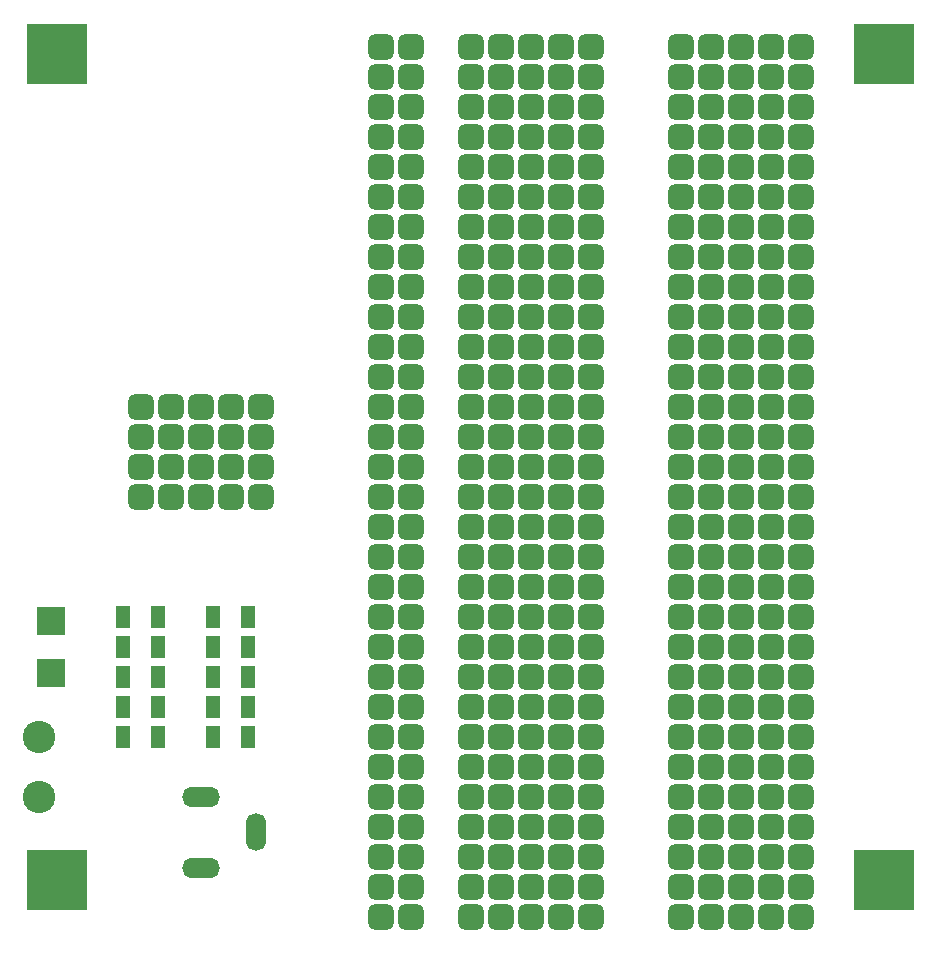
<source format=gts>
G04*
G04 #@! TF.GenerationSoftware,Altium Limited,Altium Designer,18.1.7 (191)*
G04*
G04 Layer_Color=8388736*
%FSLAX25Y25*%
%MOIN*%
G70*
G01*
G75*
%ADD18R,0.04934X0.07690*%
%ADD19R,0.09265X0.09461*%
%ADD20C,0.10800*%
G04:AMPARAMS|DCode=21|XSize=86.74mil|YSize=86.74mil|CornerRadius=23.68mil|HoleSize=0mil|Usage=FLASHONLY|Rotation=180.000|XOffset=0mil|YOffset=0mil|HoleType=Round|Shape=RoundedRectangle|*
%AMROUNDEDRECTD21*
21,1,0.08674,0.03937,0,0,180.0*
21,1,0.03937,0.08674,0,0,180.0*
1,1,0.04737,-0.01968,0.01968*
1,1,0.04737,0.01968,0.01968*
1,1,0.04737,0.01968,-0.01968*
1,1,0.04737,-0.01968,-0.01968*
%
%ADD21ROUNDEDRECTD21*%
G04:AMPARAMS|DCode=22|XSize=86.74mil|YSize=86.74mil|CornerRadius=23.68mil|HoleSize=0mil|Usage=FLASHONLY|Rotation=90.000|XOffset=0mil|YOffset=0mil|HoleType=Round|Shape=RoundedRectangle|*
%AMROUNDEDRECTD22*
21,1,0.08674,0.03937,0,0,90.0*
21,1,0.03937,0.08674,0,0,90.0*
1,1,0.04737,0.01968,0.01968*
1,1,0.04737,0.01968,-0.01968*
1,1,0.04737,-0.01968,-0.01968*
1,1,0.04737,-0.01968,0.01968*
%
%ADD22ROUNDEDRECTD22*%
%ADD23O,0.12674X0.06737*%
%ADD24O,0.06737X0.12674*%
%ADD25R,0.20485X0.20485*%
D18*
X-115709Y-90000D02*
D03*
X-104291D02*
D03*
X-74291D02*
D03*
X-85709D02*
D03*
Y-80000D02*
D03*
X-74291D02*
D03*
X-85709Y-70000D02*
D03*
X-74291D02*
D03*
X-85709Y-60000D02*
D03*
X-74291D02*
D03*
X-85709Y-50000D02*
D03*
X-74291D02*
D03*
X-104291Y-80000D02*
D03*
X-115709D02*
D03*
X-104291Y-70000D02*
D03*
X-115709D02*
D03*
X-104291Y-60000D02*
D03*
X-115709D02*
D03*
Y-50000D02*
D03*
X-104291D02*
D03*
D19*
X-140000Y-51339D02*
D03*
Y-68661D02*
D03*
D20*
X-144000Y-90000D02*
D03*
Y-110000D02*
D03*
D21*
X70000Y-40000D02*
D03*
X80000D02*
D03*
X90000D02*
D03*
X100000D02*
D03*
X110000D02*
D03*
Y-10000D02*
D03*
X100000D02*
D03*
X90000D02*
D03*
X80000D02*
D03*
X70000D02*
D03*
X40000D02*
D03*
X30000D02*
D03*
X20000D02*
D03*
X10000D02*
D03*
X0D02*
D03*
X110000Y-20000D02*
D03*
X100000D02*
D03*
X90000D02*
D03*
X80000D02*
D03*
X70000D02*
D03*
X40000D02*
D03*
X30000D02*
D03*
X20000D02*
D03*
X10000D02*
D03*
X0D02*
D03*
X110000Y-30000D02*
D03*
X100000D02*
D03*
X90000D02*
D03*
X80000D02*
D03*
X70000D02*
D03*
X40000D02*
D03*
X30000D02*
D03*
X20000D02*
D03*
X10000D02*
D03*
X0D02*
D03*
X40000Y-40000D02*
D03*
X30000D02*
D03*
X20000D02*
D03*
X10000D02*
D03*
X0D02*
D03*
X110000Y-50000D02*
D03*
X100000D02*
D03*
X90000D02*
D03*
X80000D02*
D03*
X70000D02*
D03*
X40000D02*
D03*
X30000D02*
D03*
X20000D02*
D03*
X10000D02*
D03*
X0D02*
D03*
X110000Y-60000D02*
D03*
X100000D02*
D03*
X90000D02*
D03*
X80000D02*
D03*
X70000D02*
D03*
X40000D02*
D03*
X30000D02*
D03*
X20000D02*
D03*
X10000D02*
D03*
X0D02*
D03*
X110000Y-70000D02*
D03*
X100000D02*
D03*
X90000D02*
D03*
X80000D02*
D03*
X70000D02*
D03*
X40000D02*
D03*
X30000D02*
D03*
X20000D02*
D03*
X10000D02*
D03*
X0D02*
D03*
X110000Y-80000D02*
D03*
X100000D02*
D03*
X90000D02*
D03*
X80000D02*
D03*
X70000D02*
D03*
X40000D02*
D03*
X30000D02*
D03*
X20000D02*
D03*
X10000D02*
D03*
X0D02*
D03*
X110000Y-90000D02*
D03*
X100000D02*
D03*
X90000D02*
D03*
X80000D02*
D03*
X70000D02*
D03*
X40000D02*
D03*
X30000D02*
D03*
X20000D02*
D03*
X10000D02*
D03*
X0D02*
D03*
X110000Y-100000D02*
D03*
X100000D02*
D03*
X90000D02*
D03*
X80000D02*
D03*
X70000D02*
D03*
X40000D02*
D03*
X30000D02*
D03*
X20000D02*
D03*
X10000D02*
D03*
X0D02*
D03*
X110000Y-110000D02*
D03*
X100000D02*
D03*
X90000D02*
D03*
X80000D02*
D03*
X70000D02*
D03*
X40000D02*
D03*
X30000D02*
D03*
X20000D02*
D03*
X10000D02*
D03*
X0D02*
D03*
X110000Y-120000D02*
D03*
X100000D02*
D03*
X90000D02*
D03*
X80000D02*
D03*
X70000D02*
D03*
X40000D02*
D03*
X30000D02*
D03*
X20000D02*
D03*
X10000D02*
D03*
X0D02*
D03*
X110000Y-130000D02*
D03*
X100000D02*
D03*
X90000D02*
D03*
X80000D02*
D03*
X70000D02*
D03*
X40000D02*
D03*
X30000D02*
D03*
X20000D02*
D03*
X10000D02*
D03*
X0D02*
D03*
X110000Y-140000D02*
D03*
X100000D02*
D03*
X90000D02*
D03*
X80000D02*
D03*
X70000D02*
D03*
X40000D02*
D03*
X30000D02*
D03*
X20000D02*
D03*
X10000D02*
D03*
X0D02*
D03*
X110000Y-150000D02*
D03*
X100000D02*
D03*
X90000D02*
D03*
X80000D02*
D03*
X70000D02*
D03*
X40000D02*
D03*
X30000D02*
D03*
X20000D02*
D03*
X10000D02*
D03*
X0D02*
D03*
X-110000Y0D02*
D03*
X-100000D02*
D03*
X-90000D02*
D03*
X-80000D02*
D03*
X-70000D02*
D03*
X-110000Y20000D02*
D03*
X-100000D02*
D03*
X-90000D02*
D03*
X-80000D02*
D03*
X-70000D02*
D03*
X-110000Y10000D02*
D03*
X-100000D02*
D03*
X-90000D02*
D03*
X-80000D02*
D03*
X-70000D02*
D03*
X-110000Y-10000D02*
D03*
X-100000D02*
D03*
X-90000D02*
D03*
X-80000D02*
D03*
X-70000D02*
D03*
X110000Y0D02*
D03*
X100000D02*
D03*
X90000D02*
D03*
X80000D02*
D03*
X70000D02*
D03*
X40000D02*
D03*
X30000D02*
D03*
X20000D02*
D03*
X10000D02*
D03*
X0D02*
D03*
X110000Y10000D02*
D03*
X100000D02*
D03*
X90000D02*
D03*
X80000D02*
D03*
X70000D02*
D03*
X40000D02*
D03*
X30000D02*
D03*
X20000D02*
D03*
X10000D02*
D03*
X0D02*
D03*
X110000Y20000D02*
D03*
X100000D02*
D03*
X90000D02*
D03*
X80000D02*
D03*
X70000D02*
D03*
X40000D02*
D03*
X30000D02*
D03*
X20000D02*
D03*
X10000D02*
D03*
X0D02*
D03*
X110000Y30000D02*
D03*
X100000D02*
D03*
X90000D02*
D03*
X80000D02*
D03*
X70000D02*
D03*
X40000D02*
D03*
X30000D02*
D03*
X20000D02*
D03*
X10000D02*
D03*
X0D02*
D03*
X110000Y40000D02*
D03*
X100000D02*
D03*
X90000D02*
D03*
X80000D02*
D03*
X70000D02*
D03*
X40000D02*
D03*
X30000D02*
D03*
X20000D02*
D03*
X10000D02*
D03*
X0D02*
D03*
X110000Y50000D02*
D03*
X100000D02*
D03*
X90000D02*
D03*
X80000D02*
D03*
X70000D02*
D03*
X40000D02*
D03*
X30000D02*
D03*
X20000D02*
D03*
X10000D02*
D03*
X0D02*
D03*
X110000Y60000D02*
D03*
X100000D02*
D03*
X90000D02*
D03*
X80000D02*
D03*
X70000D02*
D03*
X40000D02*
D03*
X30000D02*
D03*
X20000D02*
D03*
X10000D02*
D03*
X0D02*
D03*
X110000Y70000D02*
D03*
X100000D02*
D03*
X90000D02*
D03*
X80000D02*
D03*
X70000D02*
D03*
X40000D02*
D03*
X30000D02*
D03*
X20000D02*
D03*
X10000D02*
D03*
X0D02*
D03*
X110000Y80000D02*
D03*
X100000D02*
D03*
X90000D02*
D03*
X80000D02*
D03*
X70000D02*
D03*
X40000D02*
D03*
X30000D02*
D03*
X20000D02*
D03*
X10000D02*
D03*
X0D02*
D03*
X110000Y90000D02*
D03*
X100000D02*
D03*
X90000D02*
D03*
X80000D02*
D03*
X70000D02*
D03*
X40000D02*
D03*
X30000D02*
D03*
X20000D02*
D03*
X10000D02*
D03*
X0D02*
D03*
X110000Y100000D02*
D03*
X100000D02*
D03*
X90000D02*
D03*
X80000D02*
D03*
X70000D02*
D03*
X40000D02*
D03*
X30000D02*
D03*
X20000D02*
D03*
X10000D02*
D03*
X0D02*
D03*
X110000Y110000D02*
D03*
X100000D02*
D03*
X90000D02*
D03*
X80000D02*
D03*
X70000D02*
D03*
X40000D02*
D03*
X30000D02*
D03*
X20000D02*
D03*
X10000D02*
D03*
X0D02*
D03*
X110000Y120000D02*
D03*
X100000D02*
D03*
X90000D02*
D03*
X80000D02*
D03*
X70000D02*
D03*
X40000D02*
D03*
X30000D02*
D03*
X20000D02*
D03*
X10000D02*
D03*
X0D02*
D03*
X110000Y130000D02*
D03*
X100000D02*
D03*
X90000D02*
D03*
X80000D02*
D03*
X70000D02*
D03*
X40000D02*
D03*
X30000D02*
D03*
X20000D02*
D03*
X10000D02*
D03*
X0D02*
D03*
X70000Y140000D02*
D03*
X80000D02*
D03*
X90000D02*
D03*
X100000D02*
D03*
X110000D02*
D03*
X40000D02*
D03*
X30000D02*
D03*
X20000D02*
D03*
X10000D02*
D03*
X0D02*
D03*
D22*
X-20000Y-50000D02*
D03*
Y-40000D02*
D03*
Y-30000D02*
D03*
Y-20000D02*
D03*
Y-10000D02*
D03*
X-30000Y-50000D02*
D03*
Y-40000D02*
D03*
Y-30000D02*
D03*
Y-20000D02*
D03*
Y-10000D02*
D03*
X-20000Y-100000D02*
D03*
Y-90000D02*
D03*
Y-80000D02*
D03*
Y-70000D02*
D03*
Y-60000D02*
D03*
X-30000Y-100000D02*
D03*
Y-90000D02*
D03*
Y-80000D02*
D03*
Y-70000D02*
D03*
Y-60000D02*
D03*
X-20000Y-150000D02*
D03*
Y-140000D02*
D03*
Y-130000D02*
D03*
Y-120000D02*
D03*
Y-110000D02*
D03*
X-30000Y-150000D02*
D03*
Y-140000D02*
D03*
Y-130000D02*
D03*
Y-120000D02*
D03*
Y-110000D02*
D03*
X-20000Y0D02*
D03*
Y10000D02*
D03*
Y20000D02*
D03*
Y30000D02*
D03*
Y40000D02*
D03*
Y90000D02*
D03*
Y80000D02*
D03*
Y70000D02*
D03*
Y60000D02*
D03*
Y50000D02*
D03*
Y140000D02*
D03*
Y130000D02*
D03*
Y120000D02*
D03*
Y110000D02*
D03*
Y100000D02*
D03*
X-30000Y0D02*
D03*
Y10000D02*
D03*
Y20000D02*
D03*
Y30000D02*
D03*
Y40000D02*
D03*
Y50000D02*
D03*
Y60000D02*
D03*
Y70000D02*
D03*
Y80000D02*
D03*
Y90000D02*
D03*
Y100000D02*
D03*
Y110000D02*
D03*
Y120000D02*
D03*
Y130000D02*
D03*
Y140000D02*
D03*
D23*
X-90000Y-110000D02*
D03*
Y-133622D02*
D03*
D24*
X-71496Y-121811D02*
D03*
D25*
X137795Y-137795D02*
D03*
X-137795D02*
D03*
X137795Y137795D02*
D03*
X-137795D02*
D03*
M02*

</source>
